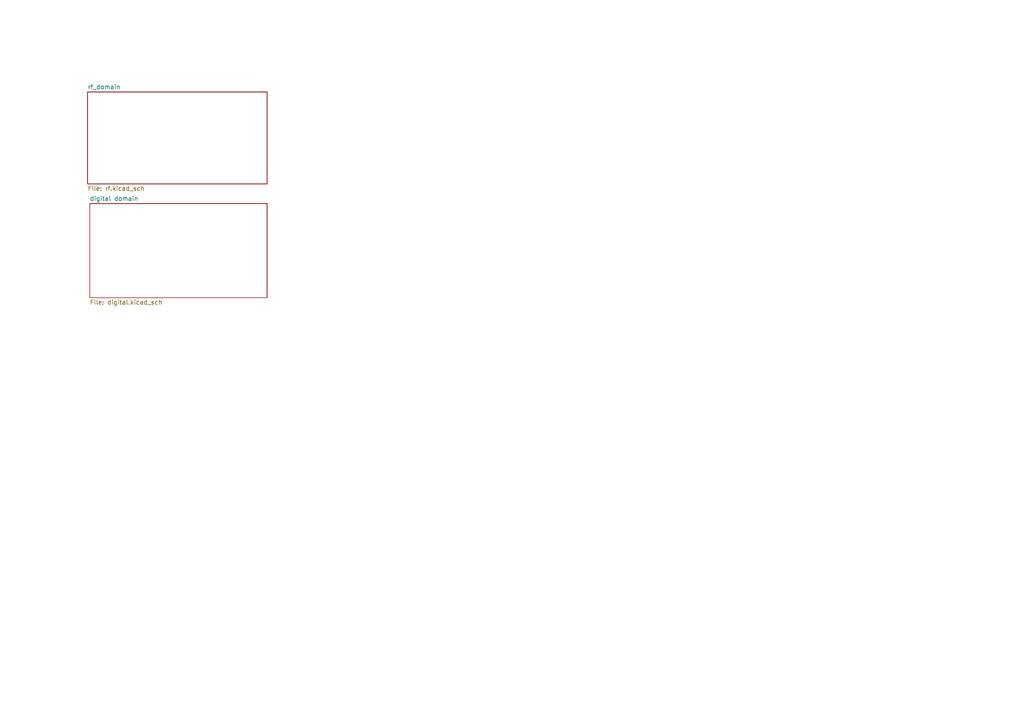
<source format=kicad_sch>
(kicad_sch (version 20211123) (generator eeschema)
  (paper "A4")
  (lib_symbols)
  (sheet (at 25.4 26.67) (size 52.07 26.67) (stroke (width 0.1524))
    (property "Sheet name" "rf_domain" (at 25.4 25.9584 0) (effects (justify left bottom)))
    (property "Sheet file" "rf.kicad_sch" (at 25.4 53.9246 0) (effects (justify left top)))
  )
  (sheet (at 26.035 59.055) (size 51.435 27.305) (stroke (width 0.1524))
    (property "Sheet name" "digital domain" (at 26.035 58.3434 0) (effects (justify left bottom)))
    (property "Sheet file" "digital.kicad_sch" (at 26.035 86.9446 0) (effects (justify left top)))
  )
)
</source>
